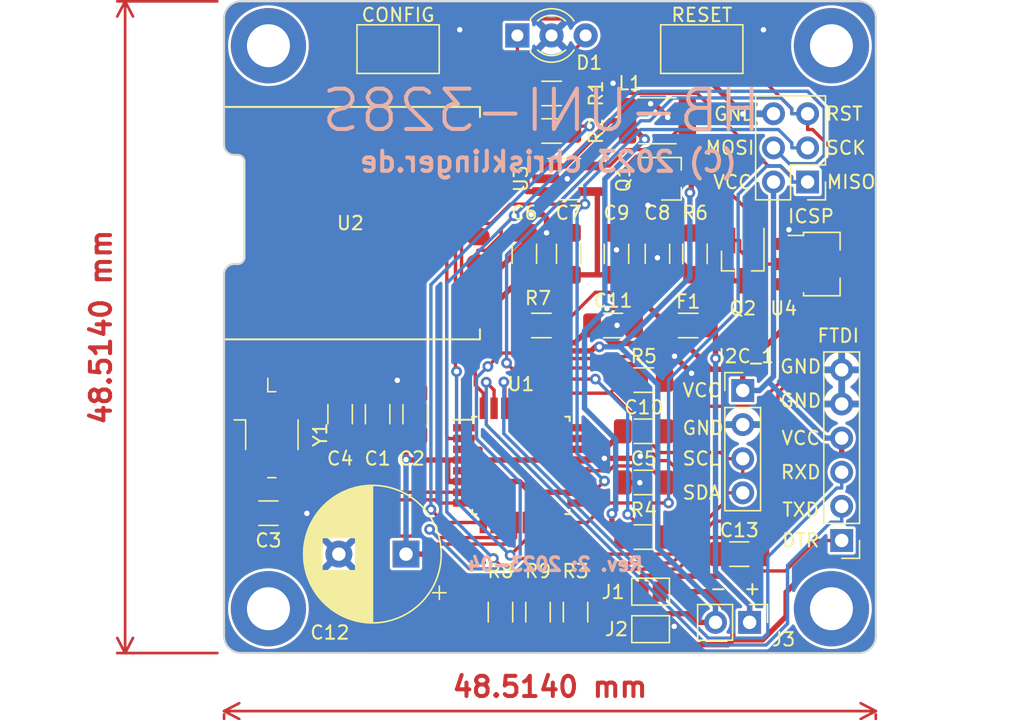
<source format=kicad_pcb>
(kicad_pcb (version 20211014) (generator pcbnew)
  (layers (0 "F.Cu" signal) (31 "B.Cu" mixed) (34 "B.Paste" user) (35 "F.Paste" user) (36 "B.SilkS" user "B.Silkscreen") (37 "F.SilkS" user "F.Silkscreen") (38 "B.Mask" user) (39 "F.Mask" user) (44 "Edge.Cuts" user))
  (net 0 "")
  (net 1 "GND")
  (net 2 "VCC")
  (net 3 "/XTAL2")
  (net 4 "/XTAL1")
  (net 5 "Net-(C5-Pad1)")
  (net 6 "/RAW+FUSE")
  (net 7 "Net-(C10-Pad1)")
  (net 8 "/DTR")
  (net 9 "/RESET")
  (net 10 "Net-(D1-Pad1)")
  (net 11 "Net-(D1-Pad3)")
  (net 12 "/RAW+")
  (net 13 "/RAW-")
  (net 14 "Net-(L1-Pad2)")
  (net 15 "/D4")
  (net 16 "/D5")
  (net 17 "/A3")
  (net 18 "/D7")
  (net 19 "Net-(Q1-Pad1)")
  (net 20 "Net-(Q2-Pad1)")
  (net 21 "/SCL")
  (net 22 "/SDA")
  (net 23 "/CONFIG")
  (net 24 "/D3")
  (net 25 "/D6")
  (net 26 "/B1")
  (net 27 "/SS")
  (net 28 "/MOSI")
  (net 29 "/MISO")
  (net 30 "/SCK")
  (net 33 "/A2")
  (net 34 "Net-(R8-Pad1)")
  (net 35 "/A0")
  (net 36 "/RXD")
  (net 37 "/TXD")
  (net 38 "/D2")
  (net 40 "/A1")
  (footprint "MountingHole:MountingHole_3.2mm_M3_DIN965_Pad" (layer "F.Cu") (at 30.988 92.964)
    (fp_text reference "REF6" hide)
    (fp_text value "MountingHole_3.2mm_M3_DIN965_Pad")
  )
  (footprint "Connector_PinHeader_2.54mm:PinHeader_1x04_P2.54mm_Vertical" (layer "F.Cu") (at 66.294 76.718)
    (fp_text reference "J6" hide)
    (fp_text value "I2C_1")
  )
  (footprint "Resistor_SMD:R_1206_3216Metric_Pad1.30x1.75mm_HandSolder" (layer "F.Cu") (at 53.848 93.218 90)
    (fp_text reference "R3")
    (fp_text value "10K")
  )
  (footprint "Jumper:SolderJumper-2_P1.3mm_Open_Pad1.0x1.5mm" (layer "F.Cu") (at 59.436 94.488 180)
    (fp_text reference "J2")
    (fp_text value "GS2")
  )
  (footprint "Package_TO_SOT_SMD:TSOT-23-5_HandSoldering" (layer "F.Cu") (at 53.34 60.96)
    (fp_text reference "U3")
    (fp_text value "MAX1724")
  )
  (footprint "Jumper:SolderJumper-2_P1.3mm_Open_Pad1.0x1.5mm" (layer "F.Cu") (at 59.436 91.694 180)
    (fp_text reference "J1")
    (fp_text value "GS2")
  )
  (footprint "Resistor_SMD:R_1206_3216Metric_Pad1.30x1.75mm_HandSolder" (layer "F.Cu") (at 62.738 66.548 90)
    (fp_text reference "R6")
    (fp_text value "100K")
  )
  (footprint "Capacitor_SMD:C_1206_3216Metric_Pad1.33x1.80mm_HandSolder" (layer "F.Cu") (at 66.04 88.9)
    (fp_text reference "C13")
    (fp_text value "10nF")
  )
  (footprint "MountingHole:MountingHole_3.2mm_M3_DIN965_Pad" (layer "F.Cu") (at 30.988 51.054)
    (fp_text reference "REF2" hide)
    (fp_text value "MountingHole_3.2mm_M3_DIN965_Pad")
  )
  (footprint "MountingHole:MountingHole_3.2mm_M3_DIN965_Pad" (layer "F.Cu") (at 72.898 92.964)
    (fp_text reference "REF7" hide)
    (fp_text value "MountingHole_3.2mm_M3_DIN965_Pad")
  )
  (footprint "Resistor_SMD:R_1206_3216Metric_Pad1.30x1.75mm_HandSolder" (layer "F.Cu") (at 58.928 87.63 180)
    (fp_text reference "R4")
    (fp_text value "470K")
  )
  (footprint "MountingHole:MountingHole_3.2mm_M3_DIN965_Pad" (layer "F.Cu") (at 72.898 51.054)
    (fp_text reference "REF4" hide)
    (fp_text value "MountingHole_3.2mm_M3_DIN965_Pad")
  )
  (footprint "Capacitor_SMD:C_1206_3216Metric_Pad1.33x1.80mm_HandSolder" (layer "F.Cu") (at 58.928 79.756 180)
    (fp_text reference "C10")
    (fp_text value "10uF 50V")
  )
  (footprint "Connector_PinHeader_2.54mm:PinHeader_1x02_P2.54mm_Vertical" (layer "F.Cu") (at 66.807 93.98 -90)
    (fp_text reference "J3")
    (fp_text value "RAW")
  )
  (footprint "Capacitor_SMD:C_1206_3216Metric_Pad1.33x1.80mm_HandSolder" (layer "F.Cu") (at 41.91 78.486 -90)
    (fp_text reference "C2")
    (fp_text value "100nF")
  )
  (footprint "Capacitor_SMD:C_1206_3216Metric_Pad1.33x1.80mm_HandSolder" (layer "F.Cu") (at 50.038 66.548 -90)
    (fp_text reference "C6")
    (fp_text value "10uF")
  )
  (footprint "CC1101:CC1101-868MHz-Module" (layer "F.Cu") (at 37.084 64.262 180)
    (fp_text reference "U2")
    (fp_text value "CC1101")
  )
  (footprint "Capacitor_SMD:C_1206_3216Metric_Pad1.33x1.80mm_HandSolder" (layer "F.Cu") (at 56.896 66.548 90)
    (fp_text reference "C9")
    (fp_text value "33uF")
  )
  (footprint "Resistor_SMD:R_1206_3216Metric_Pad1.30x1.75mm_HandSolder" (layer "F.Cu") (at 58.928 75.946 180)
    (fp_text reference "R5")
    (fp_text value "100K")
  )
  (footprint "Button_Switch_SMD:SW_SPST_FSMSM" (layer "F.Cu") (at 40.64 51.308)
    (fp_text reference "SW2" hide)
    (fp_text value "CONFIG")
  )
  (footprint "Resistor_SMD:R_1206_3216Metric_Pad1.30x1.75mm_HandSolder" (layer "F.Cu") (at 51.054 93.218 90)
    (fp_text reference "R9")
    (fp_text value "10K")
  )
  (footprint "Resistor_SMD:R_1206_3216Metric_Pad1.30x1.75mm_HandSolder" (layer "F.Cu") (at 52.07 54.61)
    (fp_text reference "R1")
    (fp_text value "330")
  )
  (footprint "Capacitor_THT:CP_Radial_D10.0mm_P5.00mm" (layer "F.Cu") (at 41.2297 88.9 180)
    (fp_text reference "C12")
    (fp_text value "1000uF")
  )
  (footprint "Resistor_SMD:R_1206_3216Metric_Pad1.30x1.75mm_HandSolder" (layer "F.Cu") (at 62.23 71.882)
    (fp_text reference "F1")
    (fp_text value "*")
  )
  (footprint "Crystal:Crystal_SMD_0603-4Pin_6.0x3.5mm_HandSoldering" (layer "F.Cu") (at 31.242 80.01 -90)
    (fp_text reference "Y1")
    (fp_text value "32kHz")
  )
  (footprint "Capacitor_SMD:C_1206_3216Metric_Pad1.33x1.80mm_HandSolder" (layer "F.Cu") (at 59.944 66.548 -90)
    (fp_text reference "C8")
    (fp_text value "10uF")
  )
  (footprint "Resistor_SMD:R_1206_3216Metric_Pad1.30x1.75mm_HandSolder" (layer "F.Cu") (at 52.07 57.404)
    (fp_text reference "R2")
    (fp_text value "330")
  )
  (footprint "Capacitor_SMD:C_1206_3216Metric_Pad1.33x1.80mm_HandSolder" (layer "F.Cu") (at 39.116 78.486 -90)
    (fp_text reference "C1")
    (fp_text value "10uF")
  )
  (footprint "Capacitor_SMD:C_1206_3216Metric_Pad1.33x1.80mm_HandSolder" (layer "F.Cu") (at 53.34 66.548 -90)
    (fp_text reference "C7")
    (fp_text value "100nF")
  )
  (footprint "Package_TO_SOT_SMD:SOT-89-3_Handsoldering" (layer "F.Cu") (at 71.882 67.31)
    (fp_text reference "U4")
    (fp_text value "HT7533-1")
  )
  (footprint "Package_TO_SOT_SMD:SOT-23_Handsoldering" (layer "F.Cu") (at 60.96 60.96)
    (fp_text reference "Q1")
    (fp_text value "IRLML6244")
  )
  (footprint "Resistor_SMD:R_1206_3216Metric_Pad1.30x1.75mm_HandSolder" (layer "F.Cu") (at 48.26 93.218 90)
    (fp_text reference "R8")
    (fp_text value "10K")
  )
  (footprint "Resistor_SMD:R_1206_3216Metric_Pad1.30x1.75mm_HandSolder" (layer "F.Cu") (at 51.308 71.882 180)
    (fp_text reference "R7")
    (fp_text value "100K")
  )
  (footprint "Capacitor_SMD:C_1206_3216Metric_Pad1.33x1.80mm_HandSolder" (layer "F.Cu") (at 36.322 78.486 -90)
    (fp_text reference "C4")
    (fp_text value "9pF")
  )
  (footprint "Inductor_SMD:L_1812_4532Metric_Pad1.30x3.40mm_HandSolder" (layer "F.Cu") (at 59.944 56.642)
    (fp_text reference "L1")
    (fp_text value " LQH43CN100K03L")
  )
  (footprint "Capacitor_SMD:C_1206_3216Metric_Pad1.33x1.80mm_HandSolder" (layer "F.Cu") (at 56.642 71.882)
    (fp_text reference "C11")
    (fp_text value "10uF")
  )
  (footprint "Connector_PinHeader_2.54mm:PinHeader_2x03_P2.54mm_Vertical" (layer "F.Cu") (at 71.125 61.199 180)
    (fp_text reference "J5" hide)
    (fp_text value "ICSP")
  )
  (footprint "Connector_PinHeader_2.54mm:PinHeader_1x06_P2.54mm_Vertical" (layer "F.Cu") (at 73.66 87.884 180)
    (fp_text reference "J4" hide)
    (fp_text value "FTDI")
  )
  (footprint "LED_THT:LED_D3.0mm-3" (layer "F.Cu") (at 49.52 50.292)
    (fp_text reference "D1")
    (fp_text value "LED_Dual")
  )
  (footprint "Button_Switch_SMD:SW_SPST_FSMSM" (layer "F.Cu") (at 63.246 51.308)
    (fp_text reference "SW1" hide)
    (fp_text value "RESET")
  )
  (footprint "Package_TO_SOT_SMD:SOT-23_Handsoldering" (layer "F.Cu") (at 66.294 67.056 -90)
    (fp_text reference "Q2")
    (fp_text value "IRLML5203")
  )
  (footprint "Capacitor_SMD:C_1206_3216Metric_Pad1.33x1.80mm_HandSolder" (layer "F.Cu") (at 58.928 83.566 180)
    (fp_text reference "C5")
    (fp_text value "100nF")
  )
  (footprint "Capacitor_SMD:C_1206_3216Metric_Pad1.33x1.80mm_HandSolder" (layer "F.Cu") (at 30.988 85.852)
    (fp_text reference "C3")
    (fp_text value "9pF")
  )
  (footprint "Package_QFP:TQFP-32_7x7mm_P0.8mm" (layer "F.Cu") (at 49.784 82.296)
    (fp_text reference "U1")
    (fp_text value "ATmega328P-A")
  )
  (gr_arc (start 29.21 66.802) (mid 29.06121 67.16121) (end 28.702 67.31) (layer "Edge.Cuts") (width 0.15))
  (gr_arc (start 28.956 96.256974) (mid 28.057974 95.885) (end 27.686 94.986974) (layer "Edge.Cuts") (width 0.15))
  (gr_line (start 74.93 96.266) (end 28.956 96.256974) (layer "Edge.Cuts") (width 0.15))
  (gr_arc (start 27.686 49.022) (mid 28.057974 48.123974) (end 28.956 47.752) (layer "Edge.Cuts") (width 0.15))
  (gr_line (start 28.956 47.752) (end 74.93 47.752) (layer "Edge.Cuts") (width 0.15))
  (gr_line (start 28.448 59.182) (end 28.702 59.182) (layer "Edge.Cuts") (width 0.15))
  (gr_arc (start 28.702 59.182) (mid 29.06121 59.33079) (end 29.21 59.69) (layer "Edge.Cuts") (width 0.15))
  (gr_arc (start 74.93 47.752) (mid 75.828026 48.123974) (end 76.2 49.022) (layer "Edge.Cuts") (width 0.15))
  (gr_line (start 29.21 59.69) (end 29.21 66.802) (layer "Edge.Cuts") (width 0.15))
  (gr_line (start 27.686 94.986974) (end 27.686 68.072) (layer "Edge.Cuts") (width 0.15))
  (gr_line (start 28.448 67.31) (end 28.702 67.31) (layer "Edge.Cuts") (width 0.15))
  (gr_line (start 76.2 49.022) (end 76.2 94.996) (layer "Edge.Cuts") (width 0.15))
  (gr_arc (start 76.2 94.996) (mid 75.828026 95.894026) (end 74.93 96.266) (layer "Edge.Cuts") (width 0.15))
  (gr_arc (start 28.448 59.182) (mid 27.909185 58.958815) (end 27.686 58.42) (layer "Edge.Cuts") (width 0.15))
  (gr_arc (start 27.686 68.072) (mid 27.909185 67.533185) (end 28.448 67.31) (layer "Edge.Cuts") (width 0.15))
  (gr_line (start 27.686 58.42) (end 27.686 49.022) (layer "Edge.Cuts") (width 0.15))
  (gr_text "HB-UNI-328S" (at 51.308 55.88) (layer "B.SilkS") (effects (font (size 3 3) (thickness 0.3)) (justify mirror)))
  (gr_text "Rev. 2: 2023-04" (at 52.324 89.662) (layer "B.SilkS") (effects (font (size 1 1) (thickness 0.25)) (justify mirror)))
  (gr_text "(C) 2023 chrisklinger.de" (at 51.816 59.69) (layer "B.SilkS") (effects (font (size 1.5 1.5) (thickness 0.3)) (justify mirror)))
  (gr_text "VCC" (at 70.612 80.264) (layer "F.SilkS") (effects (font (size 1 1))))
  (gr_text "MISO" (at 72.455 61.199) (layer "F.SilkS") (effects (font (size 1 1)) (justify left)))
  (gr_text "RST" (at 72.395 56.119) (layer "F.SilkS") (effects (font (size 1 1)) (justify left)))
  (gr_text "-" (at 63.754 91.44) (layer "F.SilkS") (effects (font (size 1 1)) (justify left)))
  (gr_text "GND" (at 61.722 79.512) (layer "F.SilkS") (effects (font (size 1 1)) (justify left)))
  (gr_text "DTR" (at 70.612 87.884) (layer "F.SilkS") (effects (font (size 1 1))))
  (gr_text "VCC" (at 61.722 76.708) (layer "F.SilkS") (effects (font (size 1 1)) (justify left)))
  (gr_text "SCL" (at 61.722 81.788) (layer "F.SilkS") (effects (font (size 1 1)) (justify left)))
  (gr_text "SCK" (at 72.395 58.659) (layer "F.SilkS") (effects (font (size 1 1)) (justify left)))
  (gr_text "VCC" (at 67.056 61.214) (layer "F.SilkS") (effects (font (size 1 1)) (justify right)))
  (gr_text "TXD" (at 70.612 85.598) (layer "F.SilkS") (effects (font (size 1 1))))
  (gr_text "GND" (at 67.31 56.134) (layer "F.SilkS") (effects (font (size 1 1)) (justify right)))
  (gr_text "MOSI" (at 67.255 58.659) (layer "F.SilkS") (effects (font (size 1 1)) (justify right)))
  (gr_text "RXD" (at 70.612 82.804) (layer "F.SilkS") (effects (font (size 1 1))))
  (gr_text "SDA" (at 61.722 84.328) (layer "F.SilkS") (effects (font (size 1 1)) (justify left)))
  (gr_text "+" (at 66.294 91.44) (layer "F.SilkS") (effects (font (size 1 1)) (justify left)))
  (gr_text "GND" (at 70.612 74.94) (layer "F.SilkS") (effects (font (size 1 1))))
  (gr_text "GND" (at 70.612 77.48) (layer "F.SilkS") (effects (font (size 1 1))))
  (dimension (type aligned) (layer "F.Cu") (pts (xy 27.686 100.33) (xy 76.2 100.33)) (height 0.254) (gr_text "48,5140 mm" (at 51.943 98.784) (layer "F.Cu") (effects (font (size 1.5 1.5) (thickness 0.3)))) (format (units 3) (units_format 1) (precision 4)) (style (thickness 0.2) (arrow_length 1.27) (text_position_mode 0) (extension_height 0.58642) (extension_offset 0.5) keep_text_aligned))
  (dimension (type aligned) (layer "F.Cu") (pts (xy 27.686 47.752) (xy 27.686 96.266)) (height 7.366) (gr_text "48,5140 mm" (at 18.52 72.009 90) (layer "F.Cu") (effects (font (size 1.5 1.5) (thickness 0.3)))) (format (units 3) (units_format 1) (precision 4)) (style (thickness 0.2) (arrow_length 1.27) (text_position_mode 0) (extension_height 0.58642) (extension_offset 0.5) keep_text_aligned))
  (segment (start 39.116 76.9235) (end 36.322 76.9235) (width 0.4) (layer "F.Cu") (net 1))
  (segment (start 61.1932 94.2811) (end 60.9863 94.488) (width 0.4) (layer "F.Cu") (net 1))
  (segment (start 55.3589 81.7714) (end 55.2343 81.896) (width 0.4) (layer "F.Cu") (net 1))
  (segment (start 45.534 82.696) (end 46.7343 82.696) (width 0.4) (layer "F.Cu") (net 1))
  (segment (start 54.034 81.896) (end 46.7343 81.896) (width 0.4) (layer "F.Cu") (net 1))
  (segment (start 57.3655 79.756) (end 55.995 81.1265) (width 0.4) (layer "F.Cu") (net 1))
  (segment (start 33.8503 85.8649) (end 32.5634 85.8649) (width 0.4) (layer "F.Cu") (net 1))
  (segment (start 41.91 76.9235) (end 40.5815 76.9235) (width 0.4) (layer "F.Cu") (net 1))
  (segment (start 51.689 64.9855) (end 50.038 64.9855) (width 0.4) (layer "F.Cu") (net 1))
  (segment (start 59.46 61.91) (end 59.46 62.7103) (width 0.4) (layer "F.Cu") (net 1))
  (segment (start 46.7343 81.896) (end 46.7343 82.696) (width 0.4) (layer "F.Cu") (net 1))
  (segment (start 60.086 94.488) (end 60.9863 94.488) (width 0.4) (layer "F.Cu") (net 1))
  (segment (start 57.383 83.5835) (end 58.6344 83.5835) (width 0.4) (layer "F.Cu") (net 1))
  (segment (start 51.689 63.881) (end 51.689 64.9855) (width 0.4) (layer "F.Cu") (net 1))
  (segment (start 53.0303 60.96) (end 53.235 60.96) (width 0.4) (layer "F.Cu") (net 1))
  (segment (start 40.5815 75.9619) (end 40.5815 76.9235) (width 0.4) (layer "F.Cu") (net 1))
  (segment (start 57.3655 83.566) (end 57.383 83.5835) (width 0.4) (layer "F.Cu") (net 1))
  (segment (start 58.1893 71.8668) (end 58.2045 71.882) (width 0.4) (layer "F.Cu") (net 1))
  (segment (start 46.7343 81.096) (end 46.7343 81.896) (width 0.4) (layer "F.Cu") (net 1))
  (segment (start 54.034 81.896) (end 55.2343 81.896) (width 0.4) (layer "F.Cu") (net 1))
  (segment (start 51.689 64.9855) (end 53.34 64.9855) (width 0.4) (layer "F.Cu") (net 1))
  (segment (start 64.008 53.848) (end 56.642 53.848) (width 0.4) (layer "F.Cu") (net 1))
  (segment (start 45.534 81.096) (end 46.7343 81.096) (width 0.4) (layer "F.Cu") (net 1))
  (segment (start 58.674 81.788) (end 58.674 81.6114) (width 0.4) (layer "F.Cu") (net 1))
  (segment (start 45.23 51.308) (end 45.23 49.8673) (width 0.4) (layer "F.Cu") (net 1))
  (segment (start 67.836 51.308) (end 67.836 49.8689) (width 0.4) (layer "F.Cu") (net 1))
  (segment (start 55.995 81.1265) (end 55.995 81.7714) (width 0.4) (layer "F.Cu") (net 1))
  (segment (start 55.995 81.7714) (end 55.3589 81.7714) (width 0.4) (layer "F.Cu") (net 1))
  (segment (start 50.038 65.808) (end 46.584 69.262) (width 0.4) (layer "F.Cu") (net 1))
  (segment (start 59.69 55.372) (end 60.706 56.388) (width 0.4) (layer "F.Cu") (net 1))
  (segment (start 59.2349 62.9354) (end 59.46 62.7103) (width 0.4) (layer "F.Cu") (net 1))
  (segment (start 40.5815 76.9235) (end 39.116 76.9235) (width 0.4) (layer "F.Cu") (net 1))
  (segment (start 56.9381 71.8668) (end 58.1893 71.8668) (width 0.4) (layer "F.Cu") (net 1))
  (segment (start 59.944 66.8428) (end 59.944 68.1105) (width 0.4) (layer "F.Cu") (net 1))
  (segment (start 51.63 60.96) (end 53.0303 60.96) (width 0.4) (layer "F.Cu") (net 1))
  (segment (start 56.896 64.9855) (end 56.896 66.2512) (width 0.4) (layer "F.Cu") (net 1))
  (segment (start 50.546 63.627) (end 51.435 63.627) (width 0.4) (layer "F.Cu") (net 1))
  (segment (start 59.436 55.372) (end 59.69 55.372) (width 0.4) (layer "F.Cu") (net 1))
  (segment (start 50.038 64.9855) (end 50.038 65.808) (width 0.4) (layer "F.Cu") (net 1))
  (segment (start 69.732 65.81) (end 69.732 64.753) (width 0.4) (layer "F.Cu") (net 1))
  (segment (start 51.435 63.627) (end 51.689 63.881) (width 0.4) (layer "F.Cu") (net 1))
  (segment (start 32.5634 85.8649) (end 32.5505 85.852) (width 0.4) (layer "F.Cu") (net 1))
  (segment (start 55.995 81.7714) (end 58.6574 81.7714) (width 0.4) (layer "F.Cu") (net 1))
  (segment (start 58.6574 81.7714) (end 58.674 81.788) (width 0.4) (layer "F.Cu") (net 1))
  (segment (start 61.214 74.168) (end 62.484 75.438) (width 0.4) (layer "F.Cu") (net 1))
  (segment (start 66.294 56.134) (end 64.008 53.848) (width 0.4) (layer "F.Cu") (net 1))
  (via (at 33.8503 85.8649) (size 0.8) (drill 0.4) (layers "F.Cu" "B.Cu") (net 1))
  (via (at 59.436 55.372) (size 0.8) (drill 0.4) (layers "F.Cu" "B.Cu") (net 1))
  (via (at 55.995 81.7714) (size 0.8) (drill 0.4) (layers "F.Cu" "B.Cu") (net 1))
  (via (at 45.23 49.8673) (size 0.8) (drill 0.4) (layers "F.Cu" "B.Cu") (net 1))
  (via (at 51.689 64.9855) (size 0.8) (drill 0.4) (layers "F.Cu" "B.Cu") (net 1))
  (via (at 59.2349 62.9354) (size 0.8) (drill 0.4) (layers "F.Cu" "B.Cu") (net 1))
  (via (at 58.6344 83.5835) (size 0.8) (drill 0.4) (layers "F.Cu" "B.Cu") (net 1))
  (via (at 61.1932 94.2811) (size 0.8) (drill 0.4) (layers "F.Cu" "B.Cu") (net 1))
  (via (at 40.5815 75.9619) (size 0.8) (drill 0.4) (layers "F.Cu" "B.Cu") (net 1))
  (via (at 69.732 64.753) (size 0.8) (drill 0.4) (layers "F.Cu" "B.Cu") (net 1))
  (via (at 61.214 74.168) (size 0.8) (drill 0.4) (layers "F.Cu" "B.Cu") (net 1))
  (via (at 59.944 66.8428) (size 0.8) (drill 0.4) (layers "F.Cu" "B.Cu") (net 1))
  (via (at 58.674 81.6114) (size 0.8) (drill 0.4) (layers "F.Cu" "B.Cu") (net 1))
  (via (at 56.9381 71.8668) (size 0.8) (drill 0.4) (layers "F.Cu" "B.Cu") (net 1))
  (via (at 66.294 56.134) (size 0.8) (drill 0.4) (layers "F.Cu" "B.Cu") (net 1))
  (via (at 53.235 60.96) (size 0.8) (drill 0.4) (layers "F.Cu" "B.Cu") (net 1))
  (via (at 67.836 49.8689) (size 0.8) (drill 0.4) (layers "F.Cu" "B.Cu") (net 1))
  (via (at 56.642 53.848) (size 0.8) (drill 0.4) (layers "F.Cu" "B.Cu") (net 1))
  (via (at 60.706 56.388) (size 0.8) (drill 0.4) (layers "F.Cu" "B.Cu") (net 1))
  (via (at 50.546 63.627) (size 0.8) (drill 0.4) (layers "F.Cu" "B.Cu") (net 1))
  (via (at 62.484 75.438) (size 0.8) (drill 0.4) (layers "F.Cu" "B.Cu") (net 1))
  (via (at 56.896 66.2512) (size 0.8) (drill 0.4) (layers "F.Cu" "B.Cu") (net 1))
  (segment (start 62.0215 73.2229) (end 63.9382 75.1396) (width 0.4) (layer "F.Cu") (net 2))
  (segment (start 54.034 84.296) (end 50.4657 84.296) (width 0.4) (layer "F.Cu") (net 2))
  (segment (start 45.534 83.496) (end 44.3337 83.496) (width 0.4) (layer "F.Cu") (net 2))
  (segment (start 54.7184 95.6384) (end 65.2024 95.6384) (width 0.4) (layer "F.Cu") (net 2))
  (segment (start 60.9863 91.694) (end 63.7603 91.694) (width 0.4) (layer "F.Cu") (net 2))
  (segment (start 67.7756 95.2842) (end 69.5221 93.5377) (width 0.4) (layer "F.Cu") (net 2))
  (segment (start 52.298 93.218) (end 53.848 94.768) (width 0.4) (layer "F.Cu") (net 2))
  (segment (start 55.0795 71.882) (end 53.7916 73.1699) (width 0.4) (layer "F.Cu") (net 2))
  (segment (start 69.5221 93.5377) (end 69.5221 91.7397) (width 0.4) (layer "F.Cu") (net 2))
  (segment (start 56.896 68.1105) (end 55.4725 68.1105) (width 0.4) (layer "F.Cu") (net 2))
  (segment (start 50.038 68.1105) (end 51.7074 68.1105) (width 0.4) (layer "F.Cu") (net 2))
  (segment (start 53.848 94.768) (end 54.7184 95.6384) (width 0.4) (layer "F.Cu") (net 2))
  (segment (start 74.7351 89.1568) (end 74.9165 88.9754) (width 0.4) (layer "F.Cu") (net 2))
  (segment (start 74.9165 82.2527) (end 74.1781 81.5143) (width 0.4) (layer "F.Cu") (net 2))
  (segment (start 44.3337 83.496) (end 44.3337 81.896) (width 0.4) (layer "F.Cu") (net 2))
  (segment (start 50.4657 84.296) (end 49.6657 83.496) (width 0.4) (layer "F.Cu") (net 2))
  (segment (start 69.5221 91.7397) (end 72.105 89.1568) (width 0.4) (layer "F.Cu") (net 2))
  (segment (start 55.1639 71.882) (end 56.5048 73.2229) (width 0.4) (layer "F.Cu") (net 2))
  (segment (start 63.9382 75.1396) (end 66.294 75.1396) (width 0.4) (layer "F.Cu") (net 2))
  (segment (start 55.05 61.91) (end 55.4725 61.91) (width 0.4) (layer "F.Cu") (net 2))
  (segment (start 66.294 76.718) (end 66.294 75.4677) (width 0.4) (layer "F.Cu") (net 2))
  (segment (start 42.63 88.9) (end 46.948 93.218) (width 0.4) (layer "F.Cu") (net 2))
  (segment (start 50.038 68.1105) (end 47.8593 70.2892) (width 0.4) (layer "F.Cu") (net 2))
  (segment (start 72.105 89.1568) (end 74.7351 89.1568) (width 0.4) (layer "F.Cu") (net 2))
  (segment (start 55.4725 61.91) (end 55.4725 68.1105) (width 0.4) (layer "F.Cu") (net 2))
  (segment (start 39.116 80.0485) (end 41.2283 80.0485) (width 0.4) (layer "F.Cu") (net 2))
  (segment (start 45.534 81.896) (end 44.3337 81.896) (width 0.4) (layer "F.Cu") (net 2))
  (segment (start 51.7074 68.1105) (end 53.34 68.1105) (width 0.4) (layer "F.Cu") (net 2))
  (segment (start 73.66 80.264) (end 73.66 81.5143) (width 0.4) (layer "F.Cu") (net 2))
  (segment (start 65.5566 95.2842) (end 67.7756 95.2842) (width 0.4) (layer "F.Cu") (net 2))
  (segment (start 65.2024 95.6384) (end 65.5566 95.2842) (width 0.4) (layer "F.Cu") (net 2))
  (segment (start 44.3337 81.896) (end 41.2573 81.896) (width 0.4) (layer "F.Cu") (net 2))
  (segment (start 56.5048 73.2229) (end 62.0215 73.2229) (width 0.4) (layer "F.Cu") (net 2))
  (segment (start 41.2283 80.0485) (end 41.2283 81.867) (width 0.4) (layer "F.Cu") (net 2))
  (segment (start 55.0795 71.882) (end 55.1639 71.882) (width 0.4) (layer "F.Cu") (net 2))
  (segment (start 74.9165 88.9754) (end 74.9165 82.2527) (width 0.4) (layer "F.Cu") (net 2))
  (segment (start 47.8593 70.2892) (end 47.8593 71.262) (width 0.4) (layer "F.Cu") (net 2))
  (segment (start 46.948 93.218) (end 52.298 93.218) (width 0.4) (layer "F.Cu") (net 2))
  (segment (start 69.732 71.7016) (end 66.294 75.1396) (width 0.4) (layer "F.Cu") (net 2))
  (segment (start 41.2573 81.896) (end 41.2283 81.867) (width 0.4) (layer "F.Cu") (net 2))
  (segment (start 69.732 68.81) (end 69.732 71.7016) (width 0.4) (layer "F.Cu") (net 2))
  (segment (start 74.1781 81.5143) (end 73.66 81.5143) (width 0.4) (layer "F.Cu") (net 2))
  (segment (start 46.584 71.262) (end 47.8593 71.262) (width 0.4) (layer "F.Cu") (net 2))
  (segment (start 49.6657 83.496) (end 45.534 83.496) (width 0.4) (layer "F.Cu") (net 2))
  (segment (start 41.2283 80.0485) (end 41.91 80.0485) (width 0.4) (layer "F.Cu") (net 2))
  (segment (start 55.4725 68.1105) (end 53.34 68.1105) (width 0.4) (layer "F.Cu") (net 2))
  (segment (start 66.294 75.1396) (end 66.294 75.4677) (width 0.4) (layer "F.Cu") (net 2))
  (segment (start 51.7074 72.7704) (end 51.7074 68.1105) (width 0.4) (layer "F.Cu") (net 2))
  (segment (start 65.5566 93.4903) (end 65.5566 95.2842) (width 0.4) (layer "F.Cu") (net 2))
  (segment (start 60.086 91.694) (end 60.9863 91.694) (width 0.4) (layer "F.Cu") (net 2))
  (segment (start 53.7916 73.1699) (end 52.1069 73.1699) (width 0.4) (layer "F.Cu") (net 2))
  (segment (start 63.7603 91.694) (end 65.5566 93.4903) (width 0.4) (layer "F.Cu") (net 2))
  (segment (start 52.1069 73.1699) (end 51.7074 72.7704) (width 0.4) (layer "F.Cu") (net 2))
  (segment (start 41.2297 88.9) (end 42.63 88.9) (width 0.4) (layer "F.Cu") (net 2))
  (via (at 41.2283 81.867) (size 0.8) (drill 0.4) (layers "F.Cu" "B.Cu") (net 2))
  (segment (start 66.294 76.718) (end 67.43 76.718) (width 0.4) (layer "B.Cu") (net 2))
  (segment (start 67.43 76.718) (end 67.5443 76.718) (width 0.4) (layer "B.Cu") (net 2))
  (segment (start 73.66 80.264) (end 72.4097 80.264) (width 0.4) (layer "B.Cu") (net 2))
  (segment (start 41.2283 87.4983) (end 41.2297 87.4997) (width 0.4) (layer "B.Cu") (net 2))
  (segment (start 68.204 76.0583) (end 68.585 75.6773) (width 0.4) (layer "B.Cu") (net 2))
  (segment (start 72.4097 80.264) (end 68.204 76.0583) (width 0.4) (layer "B.Cu") (net 2))
  (segment (start 68.585 75.6773) (end 68.585 61.199) (width 0.4) (layer "B.Cu") (net 2))
  (segment (start 67.5443 76.718) (end 68.204 76.0583) (width 0.4) (layer "B.Cu") (net 2))
  (segment (start 41.2297 88.9) (end 41.2297 87.4997) (width 0.4) (layer "B.Cu") (net 2))
  (segment (start 41.2283 81.867) (end 41.2283 87.4983) (width 0.4) (layer "B.Cu") (net 2))
  (segment (start 40.22 84.5834) (end 31.2406 84.5834) (width 0.25) (layer "F.Cu") (net 3))
  (segment (start 43.62 85.096) (end 43.3829 84.8589) (width 0.25) (layer "F.Cu") (net 3))
  (segment (start 30.3171 84.9604) (end 29.4255 85.852) (width 0.25) (layer "F.Cu") (net 3))
  (segment (start 32.792 79.61) (end 32.792 77.36) (width 0.25) (layer "F.Cu") (net 3))
  (segment (start 30.6941 84.5834) (end 30.3171 84.9604) (width 0.25) (layer "F.Cu") (net 3))
  (segment (start 31.2406 81.1614) (end 32.792 79.61) (width 0.25) (layer "F.Cu") (net 3))
  (segment (start 31.2406 84.5834) (end 31.2406 81.1614) (width 0.25) (layer "F.Cu") (net 3))
  (segment (start 40.4955 84.8589) (end 40.22 84.5834) (width 0.25) (layer "F.Cu") (net 3))
  (segment (start 31.2406 84.5834) (end 30.6941 84.5834) (width 0.25) (layer "F.Cu") (net 3))
  (segment (start 45.534 85.096) (end 43.62 85.096) (width 0.25) (layer "F.Cu") (net 3))
  (segment (start 43.3829 84.8589) (end 40.4955 84.8589) (width 0.25) (layer "F.Cu") (net 3))
  (segment (start 29.692 75.4132) (end 30.0736 75.0316) (width 0.25) (layer "F.Cu") (net 4))
  (segment (start 36.322 80.0485) (end 35.1413 80.0485) (width 0.25) (layer "F.Cu") (net 4))
  (segment (start 29.692 77.36) (end 29.692 75.4132) (width 0.25) (layer "F.Cu") (net 4))
  (segment (start 34.4424 79.3496) (end 35.1413 80.0485) (width 0.25) (layer "F.Cu") (net 4))
  (segment (start 44.4087 84.296) (end 40.5695 84.296) (width 0.25) (layer "F.Cu") (net 4))
  (segment (start 30.0736 75.0316) (end 34.0868 75.0316) (width 0.25) (layer "F.Cu") (net 4))
  (segment (start 34.0868 75.0316) (end 34.4424 75.3872) (width 0.25) (layer "F.Cu") (net 4))
  (segment (start 40.5695 84.296) (end 36.322 80.0485) (width 0.25) (layer "F.Cu") (net 4))
  (segment (start 34.4424 75.3872) (end 34.4424 79.3496) (width 0.25) (layer "F.Cu") (net 4))
  (segment (start 45.534 84.296) (end 44.4087 84.296) (width 0.25) (layer "F.Cu") (net 4))
  (segment (start 56.6954 82.3359) (end 59.2604 82.3359) (width 0.25) (layer "F.Cu") (net 5))
  (segment (start 56.3353 82.696) (end 56.6954 82.3359) (width 0.25) (layer "F.Cu") (net 5))
  (segment (start 54.034 82.696) (end 56.3353 82.696) (width 0.25) (layer "F.Cu") (net 5))
  (segment (start 59.2604 82.3359) (end 60.4905 83.566) (width 0.25) (layer "F.Cu") (net 5))
  (segment (start 63.7936 70.2561) (end 65.4937 68.556) (width 0.4) (layer "F.Cu") (net 6))
  (segment (start 62.738 64.998) (end 62.7255 64.9855) (width 0.4) (layer "F.Cu") (net 6))
  (segment (start 60.68 71.882) (end 59.3407 70.5427) (width 0.4) (layer "F.Cu") (net 6))
  (segment (start 57.719 56.642) (end 57.719 56.7515) (width 0.4) (layer "F.Cu") (net 6))
  (segment (start 56.5532 86.8052) (end 57.378 87.63) (width 0.4) (layer "F.Cu") (net 6))
  (segment (start 59.3407 70.5427) (end 56.2543 70.5427) (width 0.4) (layer "F.Cu") (net 6))
  (segment (start 51.63 60.01) (end 53.0303 60.01) (width 0.4) (layer "F.Cu") (net 6))
  (segment (start 62.7255 64.9855) (end 59.944 64.9855) (width 0.4) (layer "F.Cu") (net 6))
  (segment (start 65.4937 67.7537) (end 62.738 64.998) (width 0.4) (layer "F.Cu") (net 6))
  (segment (start 51.63 60.01) (end 50.2297 60.01) (width 0.4) (layer "F.Cu") (net 6))
  (segment (start 66.294 68.556) (end 65.4937 68.556) (width 0.4) (layer "F.Cu") (net 6))
  (segment (start 60.68 71.882) (end 62.3059 70.2561) (width 0.4) (layer "F.Cu") (net 6))
  (segment (start 50.2297 61.91) (end 50.2297 60.01) (width 0.4) (layer "F.Cu") (net 6))
  (segment (start 56.4131 56.642) (end 57.719 56.642) (width 0.4) (layer "F.Cu") (net 6))
  (segment (start 57.719 56.7515) (end 58.9893 58.0218) (width 0.4) (layer "F.Cu") (net 6))
  (segment (start 65.4937 68.556) (end 65.4937 67.7537) (width 0.4) (layer "F.Cu") (net 6))
  (segment (start 56.2543 70.5427) (end 56.1839 70.6131) (width 0.4) (layer "F.Cu") (net 6))
  (segment (start 53.0451 60.01) (end 56.4131 56.642) (width 0.4) (layer "F.Cu") (net 6))
  (segment (start 53.0303 60.01) (end 53.0451 60.01) (width 0.4) (layer "F.Cu") (net 6))
  (segment (start 62.3059 70.2561) (end 63.7936 70.2561) (width 0.4) (layer "F.Cu") (net 6))
  (segment (start 56.5532 85.8849) (end 56.5532 86.8052) (width 0.4) (layer "F.Cu") (net 6))
  (segment (start 51.63 61.91) (end 50.2297 61.91) (width 0.4) (layer "F.Cu") (net 6))
  (via (at 56.1839 70.6131) (size 0.8) (drill 0.4) (layers "F.Cu" "B.Cu") (net 6))
  (via (at 56.5532 85.8849) (size 0.8) (drill 0.4) (layers "F.Cu" "B.Cu") (net 6))
  (via (at 58.9893 58.0218) (size 0.8) (drill 0.4) (layers "F.Cu" "B.Cu") (net 6))
  (segment (start 56.0325 70.4617) (end 56.0325 60.9786) (width 0.4) (layer "B.Cu") (net 6))
  (segment (start 56.0325 60.9786) (end 58.9893 58.0218) (width 0.4) (layer "B.Cu") (net 6))
  (segment (start 54.518 72.279) (end 56.1839 70.6131) (width 0.4) (layer "B.Cu") (net 6))
  (segment (start 56.8354 80.3631) (end 54.518 78.0457) (width 0.4) (layer "B.Cu") (net 6))
  (segment (start 54.518 78.0457) (end 54.518 72.279) (width 0.4) (layer "B.Cu") (net 6))
  (segment (start 56.5532 85.8849) (end 56.8354 85.6027) (width 0.4) (layer "B.Cu") (net 6))
  (segment (start 56.1839 70.6131) (end 56.0325 70.4617) (width 0.4) (layer "B.Cu") (net 6))
  (segment (start 56.8354 85.6027) (end 56.8354 80.3631) (width 0.4) (layer "B.Cu") (net 6))
  (segment (start 66.0693 65.556) (end 66.0693 66.2813) (width 0.25) (layer "F.Cu") (net 7))
  (segment (start 70.34 67.31) (end 71.2184 68.1884) (width 0.25) (layer "F.Cu") (net 7))
  (segment (start 65.344 65.556) (end 66.0693 65.556) (width 0.25) (layer "F.Cu") (net 7))
  (segment (start 71.2184 68.1884) (end 71.2184 73.9585) (width 0.25) (layer "F.Cu") (net 7))
  (segment (start 67.2835 77.8934) (end 62.3531 77.8934) (width 0.25) (layer "F.Cu") (net 7))
  (segment (start 66.0693 66.2813) (end 67.098 67.31) (width 0.25) (layer "F.Cu") (net 7))
  (segment (start 67.098 67.31) (end 69.8195 67.31) (width 0.25) (layer "F.Cu") (net 7))
  (segment (start 69.8195 67.31) (end 70.34 67.31) (width 0.25) (layer "F.Cu") (net 7))
  (segment (start 71.2184 73.9585) (end 67.2835 77.8934) (width 0.25) (layer "F.Cu") (net 7))
  (segment (start 62.3531 77.8934) (end 60.4905 79.756) (width 0.25) (layer "F.Cu") (net 7))
  (segment (start 69.4767 90.1524) (end 65.7299 90.1524) (width 0.25) (layer "F.Cu") (net 8))
  (segment (start 73.66 87.884) (end 71.7451 87.884) (width 0.25) (layer "F.Cu") (net 8))
  (segment (start 65.7299 90.1524) (end 64.4775 88.9) (width 0.25) (layer "F.Cu") (net 8))
  (segment (start 71.7451 87.884) (end 69.4767 90.1524) (width 0.25) (layer "F.Cu") (net 8))
  (segment (start 75.5302 61.3322) (end 75.5302 70.2836) (width 0.25) (layer "F.Cu") (net 9))
  (segment (start 67.6025 87.6692) (end 67.6025 88.9) (width 0.25) (layer "F.Cu") (net 9))
  (segment (start 75.5302 70.2836) (end 68.9153 76.8985) (width 0.25) (layer "F.Cu") (net 9))
  (segment (start 63.8182 87.6692) (end 61.4718 90.0156) (width 0.25) (layer "F.Cu") (net 9))
  (segment (start 58.656 51.308) (end 58.656 52.4333) (width 0.25) (layer "F.Cu") (net 9))
  (segment (start 71.125 57.2943) (end 71.4923 57.2943) (width 0.25) (layer "F.Cu") (net 9))
  (segment (start 69.9497 56.119) (end 69.9497 55.7517) (width 0.25) (layer "F.Cu") (net 9))
  (segment (start 68.9153 76.8985) (end 68.9153 86.3564) (width 0.25) (layer "F.Cu") (net 9))
  (segment (start 61.4718 90.0156) (end 55.5004 90.0156) (width 0.25) (layer "F.Cu") (net 9))
  (segment (start 49.384 75.344) (end 48.7162 74.6762) (width 0.25) (layer "F.Cu") (net 9))
  (segment (start 71.125 56.119) (end 71.125 57.2943) (width 0.25) (layer "F.Cu") (net 9))
  (segment (start 49.384 78.046) (end 49.384 75.344) (width 0.25) (layer "F.Cu") (net 9))
  (segment (start 70.5374 56.119) (end 69.9497 56.119) (width 0.25) (layer "F.Cu") (net 9))
  (segment (start 66.6313 52.4333) (end 58.656 52.4333) (width 0.25) (layer "F.Cu") (net 9))
  (segment (start 71.4923 57.2943) (end 75.5302 61.3322) (width 0.25) (layer "F.Cu") (net 9))
  (segment (start 68.9153 86.3564) (end 67.6025 87.6692) (width 0.25) (layer "F.Cu") (net 9))
  (segment (start 70.5374 56.119) (end 71.125 56.119) (width 0.25) (layer "F.Cu") (net 9))
  (segment (start 67.6025 87.6692) (end 63.8182 87.6692) (width 0.25) (layer "F.Cu") (net 9))
  (segment (start 69.9497 55.7517) (end 66.6313 52.4333) (width 0.25) (layer "F.Cu") (net 9))
  (segment (start 55.5004 90.0156) (end 53.848 91.668) (width 0.25) (layer "F.Cu") (net 9))
  (via (at 48.7162 74.6762) (size 0.8) (drill 0.4) (layers "F.Cu" "B.Cu") (net 9))
  (segment (start 69.9497 56.119) (end 71.125 56.119) (width 0.25) (layer "B.Cu") (net 9))
  (segment (start 48.7162 66.6323) (end 58.7065 56.642) (width 0.25) (layer "B.Cu") (net 9))
  (segment (start 59.3865 56.642) (end 61.0848 54.9437) (width 0.25) (layer "B.Cu") (net 9))
  (segment (start 69.9497 55.7516) (end 69.9497 56.119) (width 0.25) (layer "B.Cu") (net 9))
  (segment (start 61.0848 54.9437) (end 69.1418 54.9437) (width 0.25) (layer "B.Cu") (net 9))
  (segment (start 58.7065 56.642) (end 59.3865 56.642) (width 0.25) (layer "B.Cu") (net 9))
  (segment (start 48.7162 74.6762) (end 48.7162 66.6323) (width 0.25) (layer "B.Cu") (net 9))
  (segment (start 69.1418 54.9437) (end 69.9497 55.7516) (width 0.25) (layer "B.Cu") (net 9))
  (segment (start 49.52 50.292) (end 49.52 51.5173) (width 0.25) (layer "F.Cu") (net 10))
  (segment (start 49.52 56.404) (end 50.52 57.404) (width 0.25) (layer "F.Cu") (net 10))
  (segment (start 49.52 51.5173) (end 49.52 56.404) (width 0.25) (layer "F.Cu") (net 10))
  (segment (start 54.6 50.53) (end 50.52 54.61) (width 0.25) (layer "F.Cu") (net 11))
  (segment (start 54.6 50.292) (end 54.6 50.53) (width 0.25) (layer "F.Cu") (net 11))
  (segment (start 63.78 71.882) (end 64.2696 72.3716) (width 0.4) (layer "F.Cu") (net 12))
  (segment (start 66.807 93.98) (end 66.807 92.7297) (width 0.4) (layer "F.Cu") (net 12))
  (segment (start 64.2696 72.3716) (end 64.2696 74.3393) (width 0.4) (layer "F.Cu") (net 12))
  (segment (start 64.621 90.5437) (end 58.786 90.5437) (width 0.4) (layer "F.Cu") (net 12))
  (segment (start 66.807 92.7297) (end 64.621 90.5437) (width 0.4) (layer "F.Cu") (net 12))
  (segment (start 58.786 91.694) (end 58.786 90.5437) (width 0.4) (layer "F.Cu") (net 12))
  (via (at 64.2696 74.3393) (size 0.8) (drill 0.4) (layers "F.Cu" "B.Cu") (net 12))
  (segment (start 66.807 93.98) (end 66.807 92.7297) (width 0.4) (layer "B.Cu") (net 12))
  (segment (start 64.2696 74.3393) (end 64.2696 90.1923) (width 0.4) (layer "B.Cu") (net 12))
  (segment (start 64.2696 90.1923) (end 66.807 92.7297) (width 0.4) (layer "B.Cu") (net 12))
  (segment (start 58.786 94.488) (end 58.786 93.3377) (width 0.4) (layer "F.Cu") (net 13))
  (segment (start 62.46 61.901) (end 62.46 60.96) (width 0.4) (layer "F.Cu") (net 13))
  (segment (start 64.267 93.98) (end 63.0167 93.98) (width 0.4) (layer "F.Cu") (net 13))
  (segment (start 55.3129 73.47) (end 55.6201 73.47) (width 0.4) (layer "F.Cu") (net 13))
  (segment (start 62.3744 93.3377) (end 58.786 93.3377) (width 0.4) (layer "F.Cu") (net 13))
  (segment (start 49.758 71.882) (end 51.6462 73.7702) (width 0.4) (layer "F.Cu") (net 13))
  (segment (start 55.0127 73.7702) (end 55.3129 73.47) (width 0.4) (layer "F.Cu") (net 13))
  (segment (start 51.6462 73.7702) (end 55.0127 73.7702) (width 0.4) (layer "F.Cu") (net 13))
  (segment (start 62.3609 62.0001) (end 62.46 61.901) (width 0.4) (layer "F.Cu") (net 13))
  (segment (start 63.0167 93.98) (end 62.3744 93.3377) (width 0.4) (layer "F.Cu") (net 13))
  (via (at 55.6201 73.47) (size 0.8) (drill 0.4) (layers "F.Cu" "B.Cu") (net 13))
  (via (at 62.3609 62.0001) (size 0.8) (drill 0.4) (layers "F.Cu" "B.Cu") (net 13))
  (segment (start 59.9716 88.4343) (end 64.267 92.7297) (width 0.4) (layer "B.Cu") (net 13))
  (segment (start 55.6201 73.47) (end 57.1706 73.47) (width 0.4) (layer "B.Cu") (net 13))
  (segment (start 59.9716 76.271) (end 59.9716 88.4343) (width 0.4) (layer "B.Cu") (net 13))
  (segment (start 64.267 93.98) (end 64.267 92.7297) (width 0.4) (layer "B.Cu") (net 13))
  (segment (start 62.3609 68.2797) (end 62.3609 62.0001) (width 0.4) (layer "B.Cu") (net 13))
  (segment (start 57.1706 73.47) (end 62.3609 68.2797) (width 0.4) (layer "B.Cu") (net 13))
  (segment (start 57.1706 73.47) (end 59.9716 76.271) (width 0.4) (layer "B.Cu") (net 13))
  (segment (start 57.5947 58.7906) (end 56.3753 60.01) (width 0.25) (layer "F.Cu") (net 14))
  (segment (start 60.0204 58.7906) (end 57.5947 58.7906) (width 0.25) (layer "F.Cu") (net 14))
  (segment (start 55.05 60.01) (end 56.3753 60.01) (width 0.25) (layer "F.Cu") (net 14))
  (segment (start 62.169 56.642) (end 60.0204 58.7906) (width 0.25) (layer "F.Cu") (net 14))
  (segment (start 53.62 54.61) (end 55.8732 52.3568) (width 0.25) (layer "F.Cu") (net 15))
  (segment (start 55.8732 49.8203) (end 55.1165 49.0636) (width 0.25) (layer "F.Cu") (net 15))
  (segment (start 47.47 50.0402) (end 47.47 54.7315) (width 0.25) (layer "F.Cu") (net 15))
  (segment (start 45.534 80.296) (end 44.4087 80.296) (width 0.25) (layer "F.Cu") (net 15))
  (segment (start 44.266 57.9355) (end 44.266 80.1533) (width 0.25) (layer "F.Cu") (net 15))
  (segment (start 47.47 54.7315) (end 44.266 57.9355) (width 0.25) (layer "F.Cu") (net 15))
  (segment (start 48.4466 49.0636) (end 47.47 50.0402) (width 0.25) (layer "F.Cu") (net 15))
  (segment (start 55.1165 49.0636) (end 48.4466 49.0636) (width 0.25) (layer "F.Cu") (net 15))
  (segment (start 55.8732 52.3568) (end 55.8732 49.8203) (width 0.25) (layer "F.Cu") (net 15))
  (segment (start 44.266 80.1533) (end 44.4087 80.296) (width 0.25) (layer "F.Cu") (net 15))
  (segment (start 44.0442 86.546) (end 43.0824 85.5842) (width 0.25) (layer "F.Cu") (net 16))
  (segment (start 46.984 86.546) (end 44.0442 86.546) (width 0.25) (layer "F.Cu") (net 16))
  (segment (start 53.9839 57.0401) (end 54.8832 57.0401) (width 0.25) (layer "F.Cu") (net 16))
  (segment (start 53.62 57.404) (end 53.9839 57.0401) (width 0.25) (layer "F.Cu") (net 16))
  (via (at 54.8832 57.0401) (size 0.8) (drill 0.4) (layers "F.Cu" "B.Cu") (net 16))
  (via (at 43.0824 85.5842) (size 0.8) (drill 0.4) (layers "F.Cu" "B.Cu") (net 16))
  (segment (start 43.0824 85.5842) (end 43.0824 68.8409) (width 0.25) (layer "B.Cu") (net 16))
  (segment (start 43.0824 68.8409) (end 54.8832 57.0401) (width 0.25) (layer "B.Cu") (net 16))
  (segment (start 51.784 76.9207) (end 56.4033 76.9207) (width 0.25) (layer "F.Cu") (net 17))
  (segment (start 61.5075 86.6005) (end 60.478 87.63) (width 0.25) (layer "F.Cu") (net 17))
  (segment (start 58.5995 80.4137) (end 60.1285 81.9427) (width 0.25) (layer "F.Cu") (net 17))
  (segment (start 60.7551 81.9427) (end 61.5075 82.6951) (width 0.25) (layer "F.Cu") (net 17))
  (segment (start 61.5075 82.6951) (end 61.5075 86.6005) (width 0.25) (layer "F.Cu") (net 17))
  (segment (start 58.5995 78.9951) (end 58.5995 80.4137) (width 0.25) (layer "F.Cu") (net 17))
  (segment (start 56.4642 76.8598) (end 57.378 75.946) (width 0.25) (layer "F.Cu") (net 17))
  (segment (start 56.4033 76.9207) (end 56.4642 76.8598) (width 0.25) (layer "F.Cu") (net 17))
  (segment (start 51.784 78.046) (end 51.784 76.9207) (width 0.25) (layer "F.Cu") (net 17))
  (segment (start 60.1285 81.9427) (end 60.7551 81.9427) (width 0.25) (layer "F.Cu") (net 17))
  (segment (start 56.4642 76.8598) (end 58.5995 78.9951) (width 0.25) (layer "F.Cu") (net 17))
  (segment (start 50.977 73.9321) (end 48.3178 73.9321) (width 0.25) (layer "F.Cu") (net 18))
  (segment (start 48.3178 73.9321) (end 47.3226 74.9273) (width 0.25) (layer "F.Cu") (net 18))
  (segment (start 51.3903 74.3454) (end 50.977 73.9321) (width 0.25) (layer "F.Cu") (net 18))
  (segment (start 55.1805 74.3454) (end 51.3903 74.3454) (width 0.25) (layer "F.Cu") (net 18))
  (segment (start 43.597 87.6713) (end 42.9848 87.0591) (width 0.25) (layer "F.Cu") (net 18))
  (segment (start 55.3306 74.1953) (end 55.1805 74.3454) (width 0.25) (layer "F.Cu") (net 18))
  (segment (start 60.478 75.946) (end 58.7273 74.1953) (width 0.25) (layer "F.Cu") (net 18))
  (segment (start 58.7273 74.1953) (end 55.3306 74.1953) (width 0.25) (layer "F.Cu") (net 18))
  (segment (start 48.584 86.546) (end 48.584 87.6713) (width 0.25) (layer "F.Cu") (net 18))
  (segment (start 48.584 87.6713) (end 43.597 87.6713) (width 0.25) (layer "F.Cu") (net 18))
  (via (at 42.9848 87.0591) (size 0.8) (drill 0.4) (layers "F.Cu" "B.Cu") (net 18))
  (via (at 47.3226 74.9273) (size 0.8) (drill 0.4) (layers "F.Cu" "B.Cu") (net 18))
  (segment (start 46.4746 80.307) (end 46.4746 75.7753) (width 0.25) (layer "B.Cu") (net 18))
  (segment (start 45.9234 89.9977) (end 49.0223 89.9977) (width 0.25) (layer "B.Cu") (net 18))
  (segment (start 46.4746 75.7753) (end 47.3226 74.9273) (width 0.25) (layer "B.Cu") (net 18))
  (segment (start 42.9848 87.0591) (end 45.9234 89.9977) (width 0.25) (layer "B.Cu") (net 18))
  (segment (start 49.7283 89.2917) (end 49.7283 83.5607) (width 0.25) (layer "B.Cu") (net 18))
  (segment (start 49.7283 83.5607) (end 46.4746 80.307) (width 0.25) (layer "B.Cu") (net 18))
  (segment (start 49.0223 89.9977) (end 49.7283 89.2917) (width 0.25) (layer "B.Cu") (net 18))
  (segment (start 58.6741 63.9528) (end 58.6741 65.5933) (width 0.25) (layer "F.Cu") (net 19))
  (segment (start 58.7347 60.7353) (end 58.1802 61.2898) (width 0.25) (layer "F.Cu") (net 19))
  (segment (start 60.6144 65.9744) (end 62.738 68.098) (width 0.25) (layer "F.Cu") (net 19))
  (segment (start 59.46 60.01) (end 59.46 60.7353) (width 0.25) (layer "F.Cu") (net 19))
  (segment (start 58.6741 65.5933) (end 59.0552 65.9744) (width 0.25) (layer "F.Cu") (net 19))
  (segment (start 58.1802 63.4589) (end 58.6741 63.9528) (width 0.25) (layer "F.Cu") (net 19))
  (segment (start 58.1802 61.2898) (end 58.1802 63.4589) (width 0.25) (layer "F.Cu") (net 19))
  (segment (start 59.0552 65.9744) (end 60.6144 65.9744) (width 0.25) (layer "F.Cu") (net 19))
  (segment (start 59.46 60.7353) (end 58.7347 60.7353) (width 0.25) (layer "F.Cu") (net 19))
  (segment (start 55.3256 69.4144) (end 52.858 71.882) (width 0.25) (layer "F.Cu") (net 20))
  (segment (start 58.1224 64.038) (end 58.1224 68.7756) (width 0.25) (layer "F.Cu") (net 20))
  (segment (start 58.1224 68.7756) (end 57.4836 69.4144) (width 0.25) (layer "F.Cu") (net 20))
  (segment (start 67.244 63.896) (end 62.6326 59.2846) (width 0.25) (layer "F.Cu") (net 20))
  (segment (start 62.6326 59.2846) (end 58.3648 59.2846) (width 0.25) (layer "F.Cu") (net 20))
  (segment (start 58.3648 59.2846) (end 57.7298 59.9196) (width 0.25) (layer "F.Cu") (net 20))
  (segment (start 67.244 65.556) (end 67.244 63.896) (width 0.25) (layer "F.Cu") (net 20))
  (segment (start 57.7298 63.6454) (end 58.1224 64.038) (width 0.25) (layer "F.Cu") (net 20))
  (segment (start 57.7298 59.9196) (end 57.7298 63.6454) (width 0.25) (layer "F.Cu") (net 20))
  (segment (start 57.4836 69.4144) (end 55.3256 69.4144) (width 0.25) (layer "F.Cu") (net 20))
  (segment (start 52.451 92.1617) (end 51.9683 92.6444) (width 0.25) (layer "F.Cu") (net 21))
  (segment (start 67.5223 83.8343) (end 67.5223 84.7736) (width 0.25) (layer "F.Cu") (net 21))
  (segment (start 66.294 82.9733) (end 66.6613 82.9733) (width 0.25) (layer "F.Cu") (net 21))
  (segment (start 50.184 78.046) (end 50.184 76.9207) (width 0.25) (layer "F.Cu") (net 21))
  (segment (start 59.1165 80.2938) (end 60.16 81.3373) (width 0.25) (layer "F.Cu") (net 21))
  (segment (start 54.1071 89.5652) (end 52.451 91.2213) (width 0.25) (layer "F.Cu") (net 21))
  (segment (start 52.451 91.2213) (end 52.451 92.1617) (width 0.25) (layer "F.Cu") (net 21))
  (segment (start 65.8498 86.4461) (end 64.1617 86.4461) (width 0.25) (layer "F.Cu") (net 21))
  (segment (start 66.294 81.798) (end 66.294 82.9733) (width 0.25) (layer "F.Cu") (net 21))
  (segment (start 55.1169 75.0459) (end 55.4559 74.7069) (width 0.25) (layer "F.Cu") (net 21))
  (segment (start 52.0588 75.0459) (end 55.1169 75.0459) (width 0.25) (layer "F.Cu") (net 21))
  (segment (start 67.5223 84.7736) (end 65.8498 86.4461) (width 0.25) (layer "F.Cu") (net 21))
  (segment (start 66.294 81.798) (end 65.1187 81.798) (width 0.25) (layer "F.Cu") (net 21))
  (segment (start 49.2364 92.6444) (end 48.26 91.668) (width 0.25) (layer "F.Cu") (net 21))
  (segment (start 51.9683 92.6444) (end 49.2364 92.6444) (width 0.25) (layer "F.Cu") (net 21))
  (segment (start 59.1165 75.8377) (end 59.1165 80.2938) (width 0.25) (layer "F.Cu") (net 21))
  (segment (start 60.16 81.3373) (end 64.658 81.3373) (width 0.25) (layer "F.Cu") (net 21))
  (segment (start 57.9857 74.7069) (end 59.1165 75.8377) (width 0.25) (layer "F.Cu") (net 21))
  (segment (start 50.184 76.9207) (end 52.0588 75.0459) (width 0.25) (layer "F.Cu") (net 21))
  (segment (start 66.6613 82.9733) (end 67.5223 83.8343) (width 0.25) (layer "F.Cu") (net 21))
  (segment (start 55.4559 74.7069) (end 57.9857 74.7069) (width 0.25) (layer "F.Cu") (net 21))
  (segment (start 64.1617 86.4461) (end 61.0426 89.5652) (width 0.25) (layer "F.Cu") (net 21))
  (segment (start 64.658 81.3373) (end 65.1187 81.798) (width 0.25) (layer "F.Cu") (net 21))
  (segment (start 61.0426 89.5652) (end 54.1071 89.5652) (width 0.25) (layer "F.Cu") (net 21))
  (segment (start 51.054 91.668) (end 53.825 88.897) (width 0.25) (layer "F.Cu") (net 22))
  (segment (start 53.825 88.897) (end 58.4038 88.897) (width 0.25) (layer "F.Cu") (net 22))
  (segment (start 66.294 84.338) (end 65.1187 84.338) (width 0.25) (layer "F.Cu") (net 22))
  (segment (start 50.984 78.046) (end 50.984 76.9207) (width 0.25) (layer "F.Cu") (net 22))
  (segment (start 61.0739 88.897) (end 65.1187 84.8522) (width 0.25) (layer "F.Cu") (net 22))
  (segment (start 65.1187 84.8522) (end 65.1187 84.338) (width 0.25) (layer "F.Cu") (net 22))
  (segment (start 57.7299 85.939) (end 58.4038 86.6129) (width 0.25) (layer "F.Cu") (net 22))
  (segment (start 58.4038 88.897) (end 61.0739 88.897) (width 0.25) (layer "F.Cu") (net 22))
  (segment (start 52.0351 75.8696) (end 55.3236 75.8696) (width 0.25) (layer "F.Cu") (net 22))
  (segment (start 58.4038 86.6129) (end 58.4038 88.897) (width 0.25) (layer "F.Cu") (net 22))
  (segment (start 50.984 76.9207) (end 52.0351 75.8696) (width 0.25) (layer "F.Cu") (net 22))
  (via (at 55.3236 75.8696) (size 0.8) (drill 0.4) (layers "F.Cu" "B.Cu") (net 22))
  (via (at 57.7299 85.939) (size 0.8) (drill 0.4) (layers "F.Cu" "B.Cu") (net 22))
  (segment (start 57.7299 78.2759) (end 57.7299 85.939) (width 0.25) (layer "B.Cu") (net 22))
  (segment (start 55.3236 75.8696) (end 57.7299 78.2759) (width 0.25) (layer "B.Cu") (net 22))
  (segment (start 28.3166 86.6447) (end 28.3166 75.8302) (width 0.25) (layer "F.Cu") (net 23))
  (segment (start 43.0272 88.153) (end 42.4286 87.5544) (width 0.25) (layer "F.Cu") (net 23))
  (segment (start 28.3166 75.8302) (end 36.05 68.0968) (width 0.25) (layer "F.Cu") (net 23))
  (segment (start 49.384 86.546) (end 49.384 87.6713) (width 0.25) (layer "F.Cu") (net 23))
  (segment (start 48.9023 88.153) (end 43.0272 88.153) (width 0.25) (layer "F.Cu") (net 23))
  (segment (start 42.4286 87.5544) (end 29.2263 87.5544) (width 0.25) (layer "F.Cu") (net 23))
  (segment (start 49.384 87.6713) (end 48.9023 88.153) (width 0.25) (layer "F.Cu") (net 23))
  (segment (start 36.05 68.0968) (end 36.05 51.308) (width 0.25) (layer "F.Cu") (net 23))
  (segment (start 29.2263 87.5544) (end 28.3166 86.6447) (width 0.25) (layer "F.Cu") (net 23))
  (segment (start 44.9913 75.3087) (end 44.9106 75.228) (width 0.25) (layer "F.Cu") (net 27))
  (segment (start 50.3008 87.6713) (end 48.9845 88.9876) (width 0.25) (layer "F.Cu") (net 27))
  (segment (start 50.984 87.6713) (end 50.3008 87.6713) (width 0.25) (layer "F.Cu") (net 27))
  (segment (start 44.9106 59.3011) (end 45.9744 58.2373) (width 0.25) (layer "F.Cu") (net 27))
  (segment (start 45.9744 58.2373) (end 46.584 58.2373) (width 0.25) (layer "F.Cu") (net 27))
  (segment (start 44.9106 75.228) (end 44.9106 59.3011) (width 0.25) (layer "F.Cu") (net 27))
  (segment (start 50.984 86.546) (end 50.984 87.6713) (width 0.25) (layer "F.Cu") (net 27))
  (segment (start 46.584 57.262) (end 46.584 58.2373) (width 0.25) (layer "F.Cu") (net 27))
  (via (at 48.9845 88.9876) (size 0.8) (drill 0.4) (layers "F.Cu" "B.Cu") (net 27))
  (via (at 44.9913 75.3087) (size 0.8) (drill 0.4) (layers "F.Cu" "B.Cu") (net 27))
  (segment (start 48.9845 88.9876) (end 44.9913 84.9944) (width 0.25) (layer "B.Cu") (net 27))
  (segment (start 44.9913 84.9944) (end 44.9913 75.3087) (width 0.25) (layer "B.Cu") (net 27))
  (segment (start 46.584 66.2867) (end 47.1936 66.2867) (width 0.25) (layer "F.Cu") (net 28))
  (segment (start 50.2265 89.2288) (end 51.784 87.6713) (width 0.25) (layer "F.Cu") (net 28))
  (segment (start 49.769 89.2289) (end 49.769 89.2288) (width 0.25) (layer "F.Cu") (net 28))
  (segment (start 49.769 89.2288) (end 50.2265 89.2288) (width 0.25) (layer "F.Cu") (net 28))
  (segment (start 48.2144 89.7129) (end 49.285 89.7129) (width 0.25) (layer "F.Cu") (net 28))
  (segment (start 51.784 86.546) (end 51.784 87.6713) (width 0.25) (layer "F.Cu") (net 28))
  (segment (start 46.584 67.262) (end 46.584 66.2867) (width 0.25) (layer "F.Cu") (net 28))
  (segment (start 48.3127 65.1676) (end 48.3127 64.684) (width 0.25) (layer "F.Cu") (net 28))
  (segment (start 48.3127 64.684) (end 49.2799 63.7168) (width 0.25) (layer "F.Cu") (net 28))
  (segment (start 47.7303 89.2288) (end 48.2144 89.7129) (width 0.25) (layer "F.Cu") (net 28))
  (segment (start 49.285 89.7129) (end 49.769 89.2289) (width 0.25) (layer "F.Cu") (net 28))
  (segment (start 47.1936 66.2867) (end 48.3127 65.1676) (width 0.25) (layer "F.Cu") (net 28))
  (via (at 49.2799 63.7168) (size 0.8) (drill 0.4) (layers "F.Cu" "B.Cu") (net 28))
  (via (at 47.7303 89.2288) (size 0.8) (drill 0.4) (layers "F.Cu" "B.Cu") (net 28))
  (segment (start 49.2799 63.7168) (end 44.266 68.7307) (width 0.25) (layer "B.Cu") (net 28))
  (segment (start 71.717 59.8344) (end 72.3542 59.1972) (width 0.25) (layer "B.Cu") (net 28))
  (segment (start 68.585 58.659) (end 69.7604 59.8344) (width 0.25) (layer "B.Cu") (net 28))
  (segment (start 72.3542 55.6824) (end 71.1162 54.4444) (width 0.25) (layer "B.Cu") (net 28))
  (segment (start 44.266 85.7645) (end 47.7303 89.2288) (width 0.25) (layer "B.Cu") (net 28))
  (segment (start 44.266 68.7307) (end 44.266 85.7645) (width 0.25) (layer "B.Cu") (net 28))
  (segment (start 72.3542 59.1972) (end 72.3542 55.6824) (width 0.25) (layer "B.Cu") (net 28))
  (segment (start 58.5523 54.4444) (end 49.2799 63.7168) (width 0.25) (layer "B.Cu") (net 28))
  (segment (start 69.7604 59.8344) (end 71.717 59.8344) (width 0.25) (layer "B.Cu") (net 28))
  (segment (start 71.1162 54.4444) (end 58.5523 54.4444) (width 0.25) (layer "B.Cu") (net 28))
  (segment (start 51.6955 57.4885) (end 51.6955 58.0724) (width 0.25) (layer "F.Cu") (net 29))
  (segment (start 50.6614 59.1065) (end 50.3439 59.1065) (width 0.25) (layer "F.Cu") (net 29))
  (segment (start 69.1418 60.0237) (end 68.2139 60.0237) (width 0.25) (layer "F.Cu") (net 29))
  (segment (start 60.7719 85.0925) (end 60.7719 85.0924) (width 0.25) (layer "F.Cu") (net 29))
  (segment (start 47.1637 62.2867) (end 46.584 62.2867) (width 0.25) (layer "F.Cu") (net 29))
  (segment (start 54.733 86.546) (end 56.1865 85.0925) (width 0.25) (layer "F.Cu") (net 29))
  (segment (start 55.526 55.8477) (end 53.3363 55.8477) (width 0.25) (layer "F.Cu") (net 29))
  (segment (start 56.7716 54.6021) (end 55.526 55.8477) (width 0.25) (layer "F.Cu") (net 29))
  (segment (start 52.584 86.546) (end 54.733 86.546) (width 0.25) (layer "F.Cu") (net 29))
  (segment (start 68.2139 60.0237) (end 64.0417 55.8515) (width 0.25) (layer "F.Cu") (net 29))
  (segment (start 62.905 54.6021) (end 56.7716 54.6021) (width 0.25) (layer "F.Cu") (net 29))
  (segment (start 56.1865 85.0925) (end 60.7719 85.0925) (width 0.25) (layer "F.Cu") (net 29))
  (segment (start 64.0417 55.7388) (end 62.905 54.6021) (width 0.25) (layer "F.Cu") (net 29))
  (segment (start 69.9497 60.8316) (end 69.1418 60.0237) (width 0.25) (layer "F.Cu") (net 29))
  (segment (start 69.9497 61.199) (end 69.9497 60.8316) (width 0.25) (layer "F.Cu") (net 29))
  (segment (start 51.6955 58.0724) (end 50.6614 59.1065) (width 0.25) (layer "F.Cu") (net 29))
  (segment (start 64.0417 55.8515) (end 64.0417 55.7388) (width 0.25) (layer "F.Cu") (net 29))
  (segment (start 46.584 63.262) (end 46.584 62.2867) (width 0.25) (layer "F.Cu") (net 29))
  (segment (start 71.125 61.199) (end 69.9497 61.199) (width 0.25) (layer "F.Cu") (net 29))
  (segment (start 50.3439 59.1065) (end 47.1637 62.2867) (width 0.25) (layer "F.Cu") (net 29))
  (segment (start 53.3363 55.8477) (end 51.6955 57.4885) (width 0.25) (layer "F.Cu") (net 29))
  (via (at 60.7719 85.0924) (size 0.8) (drill 0.4) (layers "F.Cu" "B.Cu") (net 29))
  (segment (start 60.7719 85.0924) (end 60.7719 75.9283) (width 0.25) (layer "B.Cu") (net 29))
  (segment (start 69.9497 60.8855) (end 69.9497 61.199) (width 0.25) (layer "B.Cu") (net 29))
  (segment (start 65.9499 70.7503) (end 65.9499 62.1404) (width 0.25) (layer "B.Cu") (net 29))
  (segment (start 71.125 61.199) (end 69.9497 61.199) (width 0.25) (layer "B.Cu") (net 29))
  (segment (start 60.7719 75.9283) (end 65.9499 70.7503) (width 0.25) (layer "B.Cu") (net 29))
  (segment (start 69.0541 59.9899) (end 69.9497 60.8855) (width 0.25) (layer "B.Cu") (net 29))
  (segment (start 65.9499 62.1404) (end 68.1004 59.9899) (width 0.25) (layer "B.Cu") (net 29))
  (segment (start 68.1004 59.9899) (end 69.0541 59.9899) (width 0.25) (layer "B.Cu") (net 29))
  (segment (start 47.5593 64.2867) (end 48.9985 62.8475) (width 0.25) (layer "F.Cu") (net 30))
  (segment (start 48.9985 62.8475) (end 54.5448 62.8475) (width 0.25) (layer "F.Cu") (net 30))
  (segment (start 55.1593 84.3029) (end 56.0037 83.4585) (width 0.25) (layer "F.Cu") (net 30))
  (segment (start 54.5448 62.8475) (end 54.5448 62.8474) (width 0.25) (layer "F.Cu") (net 30))
  (segment (start 46.584 64.2867) (end 47.5593 64.2867) (width 0.25) (layer "F.Cu") (net 30))
  (segment (start 55.1593 85.096) (end 55.1593 84.3029) (width 0.25) (layer "F.Cu") (net 30))
  (segment (start 54.034 85.096) (end 55.1593 85.096) (width 0.25) (layer "F.Cu") (net 30))
  (segment (start 46.584 65.262) (end 46.584 64.2867) (width 0.25) (layer "F.Cu") (net 30))
  (via (at 56.0037 83.4585) (size 0.8) (drill 0.4) (layers "F.Cu" "B.Cu") (net 30))
  (via (at 54.5448 62.8474) (size 0.8) (drill 0.4) (layers "F.Cu" "B.Cu") (net 30))
  (segment (start 56.0037 83.4585) (end 53.964 81.4188) (width 0.25) (layer "B.Cu") (net 30))
  (segment (start 69.9497 58.659) (end 69.9497 58.2916) (width 0.25) (layer "B.Cu") (net 30))
  (segment (start 54.5448 61.4406) (end 54.5448 62.8474) (width 0.25) (layer "B.Cu") (net 30))
  (segment (start 68.9546 57.2965) (end 58.6889 57.2965) (width 0.25) (layer "B.Cu") (net 30))
  (segment (start 71.125 58.659) (end 69.9497 58.659) (width 0.25) (layer "B.Cu") (net 30))
  (segment (start 69.9497 58.2916) (end 68.9546 57.2965) (width 0.25) (layer "B.Cu") (net 30))
  (segment (start 58.6889 57.2965) (end 54.5448 61.4406) (width 0.25) (layer "B.Cu") (net 30))
  (segment (start 53.964 81.4188) (end 53.964 63.4282) (width 0.25) (layer "B.Cu") (net 30))
  (segment (start 53.964 63.4282) (end 54.5448 62.8474) (width 0.25) (layer "B.Cu") (net 30))
  (segment (start 48.26 94.768) (end 51.054 94.768) (width 0.25) (layer "F.Cu") (net 34))
  (segment (start 48.584 76.1605) (end 48.5084 76.0849) (width 0.25) (layer "F.Cu") (net 36))
  (segment (start 48.584 78.046) (end 48.584 76.1605) (width 0.25) (layer "F.Cu") (net 36))
  (via (at 48.5084 76.0849) (size 0.8) (drill 0.4) (layers "F.Cu" "B.Cu") (net 36))
  (segment (start 48.5084 79.9334) (end 63.7304 95.1554) (width 0.25) (layer "B.Cu") (net 36))
  (segment (start 73.2927 83.9793) (end 73.66 83.9793) (width 0.25) (layer "B.Cu") (net 36))
  (segment (start 68.1594 94.8357) (end 68.1594 89.1126) (width 0.25) (layer "B.Cu") (net 36))
  (segment (start 68.1594 89.1126) (end 73.2927 83.9793) (width 0.25) (layer "B.Cu") (net 36))
  (segment (start 67.8397 95.1554) (end 68.1594 94.8357) (width 0.25) (layer "B.Cu") (net 36))
  (segment (start 73.66 82.804) (end 73.66 83.9793) (width 0.25) (layer "B.Cu") (net 36))
  (segment (start 63.7304 95.1554) (end 67.8397 95.1554) (width 0.25) (layer "B.Cu") (net 36))
  (segment (start 48.5084 76.0849) (end 48.5084 79.9334) (width 0.25) (layer "B.Cu") (net 36))
  (segment (start 47.784 76.6892) (end 47.2 76.1052) (width 0.25) (layer "F.Cu") (net 37))
  (segment (start 47.784 78.046) (end 47.784 76.6892) (width 0.25) (layer "F.Cu") (net 37))
  (via (at 47.2 76.1052) (size 0.8) (drill 0.4) (layers "F.Cu" "B.Cu") (net 37))
  (segment (start 73.66 85.344) (end 73.66 86.5193) (width 0.25) (layer "B.Cu") (net 37))
  (segment (start 72.852 86.5193) (end 69.6299 89.7414) (width 0.25) (layer "B.Cu") (net 37))
  (segment (start 63.6027 95.6646) (end 47.2 79.2619) (width 0.25) (layer "B.Cu") (net 37))
  (segment (start 47.2 79.2619) (end 47.2 76.1052) (width 0.25) (layer "B.Cu") (net 37))
  (segment (start 68.0386 95.6646) (end 63.6027 95.6646) (width 0.25) (layer "B.Cu") (net 37))
  (segment (start 73.66 86.5193) (end 72.852 86.5193) (width 0.25) (layer "B.Cu") (net 37))
  (segment (start 69.6299 89.7414) (end 69.6299 94.0733) (width 0.25) (layer "B.Cu") (net 37))
  (segment (start 69.6299 94.0733) (end 68.0386 95.6646) (width 0.25) (layer "B.Cu") (net 37))
  (segment (start 46.984 78.046) (end 46.984 76.9207) (width 0.25) (layer "F.Cu") (net 38))
  (segment (start 46.584 59.262) (end 46.584 60.2373) (width 0.25) (layer "F.Cu") (net 38))
  (segment (start 46.3837 74.2421) (end 45.361 73.2194) (width 0.25) (layer "F.Cu") (net 38))
  (segment (start 46.3837 76.3204) (end 46.3837 74.2421) (width 0.25) (layer "F.Cu") (net 38))
  (segment (start 45.9744 60.2373) (end 46.584 60.2373) (width 0.25) (layer "F.Cu") (net 38))
  (segment (start 45.361 73.2194) (end 45.361 60.8507) (width 0.25) (layer "F.Cu") (net 38))
  (segment (start 46.984 76.9207) (end 46.3837 76.3204) (width 0.25) (layer "F.Cu") (net 38))
  (segment (start 45.361 60.8507) (end 45.9744 60.2373) (width 0.25) (layer "F.Cu") (net 38))
  (zone (net 1) (net_name "GND") (layer "B.Cu") (connect_pads (clearance 0)) (min_thickness 0.254) (fill yes (thermal_gap 0.508) (thermal_bridge_width 0.508))
    (polygon (pts (xy 76.2 96.266) (xy 27.686 96.266) (xy 27.686 47.752) (xy 76.2 47.752)))
  )
)
</source>
